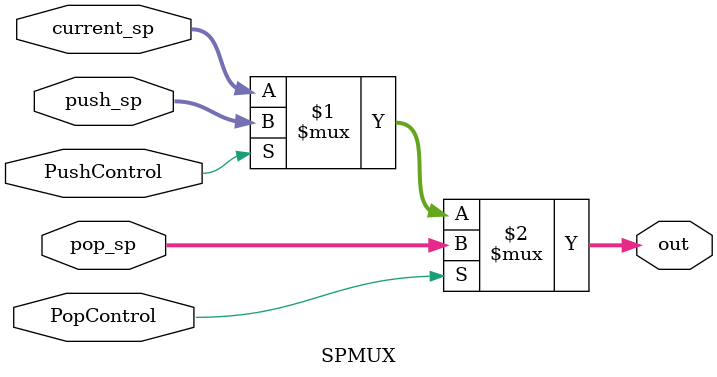
<source format=v>
/*对栈指针进行选择的模块*/
`timescale 1ns / 1ps
module SPMUX (
    input PopControl,
    input PushControl,
    input [15:0] push_sp,
    input [15:0] pop_sp,
    input [15:0] current_sp,
    output [15:0] out
);

 assign out = PopControl ? pop_sp : PushControl ? push_sp : current_sp;

endmodule
</source>
